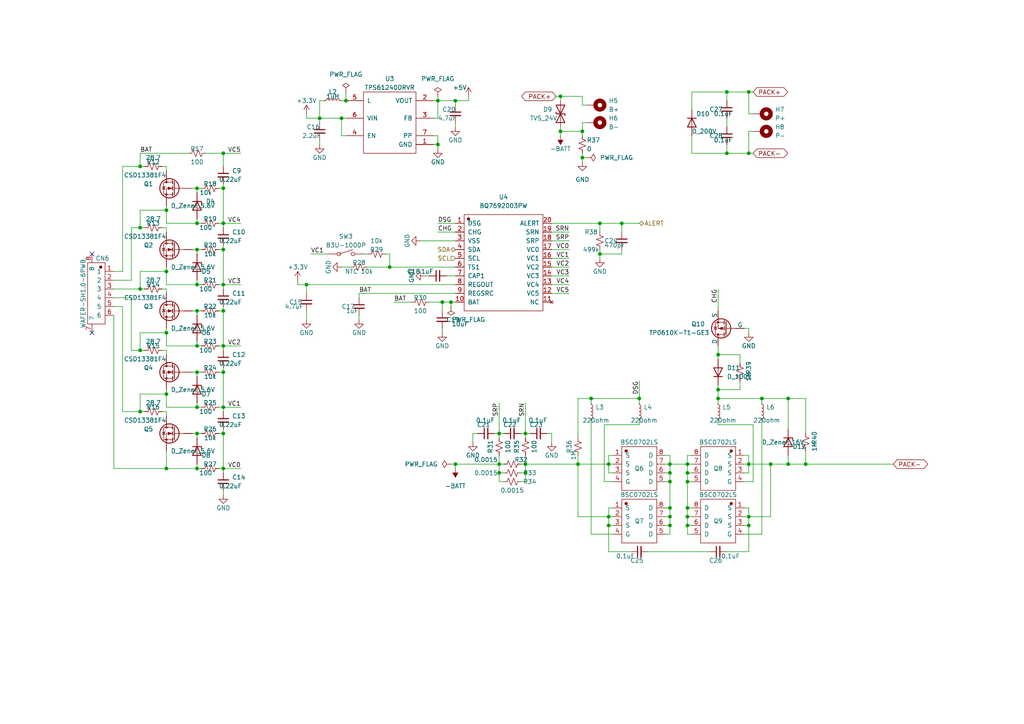
<source format=kicad_sch>
(kicad_sch (version 20230121) (generator eeschema)
  (paper "A4")
  (title_block (title "CawBMS") (date "2023-11-22") (rev "v1.0.0") (company "GUAIK"))
  (junction (at 199.39 152.4))
  (junction (at 210.82 44.45))
  (junction (at 185.42 115.57))
  (junction (at 57.15 54.61))
  (junction (at 132.08 134.62))
  (junction (at 194.31 134.62))
  (junction (at 162.56 27.94))
  (junction (at 233.68 134.62))
  (junction (at 127 29.21))
  (junction (at 199.39 147.32))
  (junction (at 64.77 72.39))
  (junction (at 228.6 115.57))
  (junction (at 57.15 82.55))
  (junction (at 217.17 134.62))
  (junction (at 57.15 107.95))
  (junction (at 176.53 152.4))
  (junction (at 217.17 44.45))
  (junction (at 180.34 64.77))
  (junction (at 48.26 114.3))
  (junction (at 199.39 137.16))
  (junction (at 199.39 134.62))
  (junction (at 194.31 139.7))
  (junction (at 152.4 125.73))
  (junction (at 208.28 115.57))
  (junction (at 173.99 64.77))
  (junction (at 40.64 83.82))
  (junction (at 57.15 90.17))
  (junction (at 64.77 90.17))
  (junction (at 223.52 134.62))
  (junction (at 99.06 34.29))
  (junction (at 48.26 96.52))
  (junction (at 64.77 100.33))
  (junction (at 57.15 100.33))
  (junction (at 64.77 54.61))
  (junction (at 176.53 134.62))
  (junction (at 210.82 26.67))
  (junction (at 40.64 48.26))
  (junction (at 144.78 137.16))
  (junction (at 57.15 125.73))
  (junction (at 128.27 87.63))
  (junction (at 127 41.91))
  (junction (at 57.15 118.11))
  (junction (at 48.26 135.89))
  (junction (at 64.77 118.11))
  (junction (at 208.28 102.87))
  (junction (at 92.71 34.29))
  (junction (at 64.77 82.55))
  (junction (at 64.77 125.73))
  (junction (at 48.26 78.74))
  (junction (at 40.64 66.04))
  (junction (at 144.78 125.73))
  (junction (at 130.81 87.63))
  (junction (at 167.64 134.62))
  (junction (at 100.33 29.21))
  (junction (at 64.77 107.95))
  (junction (at 64.77 44.45))
  (junction (at 173.99 73.66))
  (junction (at 152.4 137.16))
  (junction (at 217.17 149.86))
  (junction (at 228.6 134.62))
  (junction (at 132.08 29.21))
  (junction (at 199.39 139.7))
  (junction (at 64.77 135.89))
  (junction (at 144.78 134.62))
  (junction (at 40.64 119.38))
  (junction (at 199.39 149.86))
  (junction (at 57.15 72.39))
  (junction (at 217.17 152.4))
  (junction (at 168.91 45.72))
  (junction (at 88.9 82.55))
  (junction (at 48.26 60.96))
  (junction (at 194.31 147.32))
  (junction (at 194.31 152.4))
  (junction (at 220.98 115.57))
  (junction (at 152.4 134.62))
  (junction (at 57.15 64.77))
  (junction (at 194.31 149.86))
  (junction (at 194.31 137.16))
  (junction (at 57.15 135.89))
  (junction (at 217.17 26.67))
  (junction (at 176.53 149.86))
  (junction (at 162.56 38.1))
  (junction (at 208.28 113.03))
  (junction (at 113.03 77.47))
  (junction (at 171.45 115.57))
  (junction (at 40.64 101.6))
  (junction (at 64.77 64.77))
  (junction (at 168.91 38.1))
  (no_connect (at 26.67 73.66))
  (no_connect (at 26.67 96.52))
  (wire (pts (xy 199.39 152.4) (xy 199.39 154.94)))
  (wire (pts (xy 228.6 115.57) (xy 220.98 115.57)))
  (wire (pts (xy 199.39 147.32) (xy 199.39 149.86)))
  (wire (pts (xy 100.33 39.37) (xy 99.06 39.37)))
  (wire (pts (xy 64.77 100.33) (xy 69.85 100.33)))
  (wire (pts (xy 64.77 100.33) (xy 64.77 101.6)))
  (wire (pts (xy 130.81 134.62) (xy 132.08 134.62)))
  (wire (pts (xy 64.77 125.73) (xy 64.77 135.89)))
  (wire (pts (xy 127 39.37) (xy 127 41.91)))
  (wire (pts (xy 220.98 121.92) (xy 220.98 154.94)))
  (wire (pts (xy 40.64 96.52) (xy 48.26 96.52)))
  (wire (pts (xy 64.77 142.24) (xy 64.77 143.51)))
  (wire (pts (xy 48.26 114.3) (xy 48.26 118.11)))
  (wire (pts (xy 217.17 132.08) (xy 217.17 134.62)))
  (wire (pts (xy 40.64 83.82) (xy 40.64 78.74)))
  (wire (pts (xy 124.46 87.63) (xy 128.27 87.63)))
  (wire (pts (xy 92.71 34.29) (xy 92.71 35.56)))
  (wire (pts (xy 64.77 82.55) (xy 69.85 82.55)))
  (wire (pts (xy 46.99 66.04) (xy 48.26 66.04)))
  (wire (pts (xy 64.77 118.11) (xy 69.85 118.11)))
  (wire (pts (xy 160.02 125.73) (xy 160.02 128.27)))
  (wire (pts (xy 199.39 149.86) (xy 199.39 152.4)))
  (wire (pts (xy 215.9 134.62) (xy 217.17 134.62)))
  (wire (pts (xy 132.08 29.21) (xy 127 29.21)))
  (wire (pts (xy 132.08 85.09) (xy 104.14 85.09)))
  (wire (pts (xy 40.64 114.3) (xy 48.26 114.3)))
  (wire (pts (xy 64.77 100.33) (xy 64.77 90.17)))
  (wire (pts (xy 170.18 35.56) (xy 168.91 35.56)))
  (wire (pts (xy 48.26 100.33) (xy 57.15 100.33)))
  (wire (pts (xy 128.27 87.63) (xy 130.81 87.63)))
  (wire (pts (xy 193.04 152.4) (xy 194.31 152.4)))
  (wire (pts (xy 214.63 105.41) (xy 214.63 102.87)))
  (wire (pts (xy 217.17 38.1) (xy 218.44 38.1)))
  (wire (pts (xy 176.53 149.86) (xy 176.53 152.4)))
  (wire (pts (xy 88.9 34.29) (xy 92.71 34.29)))
  (wire (pts (xy 121.92 69.85) (xy 132.08 69.85)))
  (wire (pts (xy 171.45 115.57) (xy 185.42 115.57)))
  (wire (pts (xy 168.91 27.94) (xy 162.56 27.94)))
  (wire (pts (xy 57.15 90.17) (xy 58.42 90.17)))
  (wire (pts (xy 35.56 88.9) (xy 35.56 119.38)))
  (wire (pts (xy 64.77 90.17) (xy 63.5 90.17)))
  (wire (pts (xy 35.56 119.38) (xy 40.64 119.38)))
  (wire (pts (xy 64.77 118.11) (xy 64.77 119.38)))
  (wire (pts (xy 180.34 64.77) (xy 180.34 67.31)))
  (wire (pts (xy 57.15 100.33) (xy 58.42 100.33)))
  (wire (pts (xy 208.28 116.84) (xy 208.28 115.57)))
  (wire (pts (xy 199.39 134.62) (xy 199.39 137.16)))
  (wire (pts (xy 144.78 137.16) (xy 146.05 137.16)))
  (wire (pts (xy 217.17 152.4) (xy 215.9 152.4)))
  (wire (pts (xy 132.08 134.62) (xy 144.78 134.62)))
  (wire (pts (xy 57.15 90.17) (xy 57.15 91.44)))
  (wire (pts (xy 199.39 149.86) (xy 200.66 149.86)))
  (wire (pts (xy 170.18 30.48) (xy 168.91 30.48)))
  (wire (pts (xy 64.77 125.73) (xy 63.5 125.73)))
  (wire (pts (xy 152.4 139.7) (xy 151.13 139.7)))
  (wire (pts (xy 57.15 54.61) (xy 58.42 54.61)))
  (wire (pts (xy 38.1 86.36) (xy 33.02 86.36)))
  (wire (pts (xy 176.53 132.08) (xy 176.53 134.62)))
  (wire (pts (xy 217.17 26.67) (xy 218.44 26.67)))
  (wire (pts (xy 171.45 154.94) (xy 177.8 154.94)))
  (wire (pts (xy 99.06 34.29) (xy 100.33 34.29)))
  (wire (pts (xy 215.9 149.86) (xy 217.17 149.86)))
  (wire (pts (xy 217.17 95.25) (xy 217.17 96.52)))
  (wire (pts (xy 64.77 54.61) (xy 64.77 64.77)))
  (wire (pts (xy 217.17 38.1) (xy 217.17 44.45)))
  (wire (pts (xy 168.91 38.1) (xy 162.56 38.1)))
  (wire (pts (xy 176.53 147.32) (xy 176.53 149.86)))
  (wire (pts (xy 228.6 132.08) (xy 228.6 134.62)))
  (wire (pts (xy 176.53 160.02) (xy 176.53 152.4)))
  (wire (pts (xy 57.15 107.95) (xy 58.42 107.95)))
  (wire (pts (xy 173.99 67.31) (xy 173.99 64.77)))
  (wire (pts (xy 217.17 149.86) (xy 223.52 149.86)))
  (wire (pts (xy 48.26 60.96) (xy 48.26 64.77)))
  (wire (pts (xy 167.64 115.57) (xy 171.45 115.57)))
  (wire (pts (xy 220.98 154.94) (xy 215.9 154.94)))
  (wire (pts (xy 208.28 83.82) (xy 208.28 90.17)))
  (wire (pts (xy 48.26 113.03) (xy 48.26 114.3)))
  (wire (pts (xy 208.28 100.33) (xy 208.28 102.87)))
  (wire (pts (xy 40.64 101.6) (xy 40.64 96.52)))
  (wire (pts (xy 228.6 124.46) (xy 228.6 115.57)))
  (wire (pts (xy 35.56 48.26) (xy 35.56 78.74)))
  (wire (pts (xy 105.41 73.66) (xy 106.68 73.66)))
  (wire (pts (xy 165.1 82.55) (xy 160.02 82.55)))
  (wire (pts (xy 200.66 147.32) (xy 199.39 147.32)))
  (wire (pts (xy 176.53 134.62) (xy 176.53 137.16)))
  (wire (pts (xy 33.02 135.89) (xy 48.26 135.89)))
  (wire (pts (xy 233.68 134.62) (xy 259.08 134.62)))
  (wire (pts (xy 64.77 124.46) (xy 64.77 125.73)))
  (wire (pts (xy 180.34 72.39) (xy 180.34 73.66)))
  (wire (pts (xy 48.26 82.55) (xy 57.15 82.55)))
  (wire (pts (xy 175.26 139.7) (xy 177.8 139.7)))
  (wire (pts (xy 40.64 60.96) (xy 48.26 60.96)))
  (wire (pts (xy 152.4 125.73) (xy 153.67 125.73)))
  (wire (pts (xy 132.08 35.56) (xy 132.08 36.83)))
  (wire (pts (xy 63.5 72.39) (xy 64.77 72.39)))
  (wire (pts (xy 217.17 147.32) (xy 217.17 149.86)))
  (wire (pts (xy 228.6 134.62) (xy 233.68 134.62)))
  (wire (pts (xy 64.77 54.61) (xy 64.77 53.34)))
  (wire (pts (xy 208.28 113.03) (xy 208.28 115.57)))
  (wire (pts (xy 173.99 64.77) (xy 160.02 64.77)))
  (wire (pts (xy 193.04 132.08) (xy 194.31 132.08)))
  (wire (pts (xy 88.9 82.55) (xy 88.9 85.09)))
  (wire (pts (xy 214.63 110.49) (xy 214.63 113.03)))
  (wire (pts (xy 100.33 26.67) (xy 100.33 29.21)))
  (wire (pts (xy 104.14 85.09) (xy 104.14 86.36)))
  (wire (pts (xy 48.26 95.25) (xy 48.26 96.52)))
  (wire (pts (xy 199.39 154.94) (xy 200.66 154.94)))
  (wire (pts (xy 233.68 125.73) (xy 233.68 115.57)))
  (wire (pts (xy 90.17 73.66) (xy 95.25 73.66)))
  (wire (pts (xy 132.08 134.62) (xy 132.08 135.89)))
  (wire (pts (xy 130.81 87.63) (xy 132.08 87.63)))
  (wire (pts (xy 152.4 125.73) (xy 152.4 127)))
  (wire (pts (xy 127 27.94) (xy 127 29.21)))
  (wire (pts (xy 127 29.21) (xy 127 34.29)))
  (wire (pts (xy 208.28 111.76) (xy 208.28 113.03)))
  (wire (pts (xy 165.1 67.31) (xy 160.02 67.31)))
  (wire (pts (xy 40.64 78.74) (xy 48.26 78.74)))
  (wire (pts (xy 88.9 82.55) (xy 86.36 82.55)))
  (wire (pts (xy 64.77 64.77) (xy 69.85 64.77)))
  (wire (pts (xy 215.9 147.32) (xy 217.17 147.32)))
  (wire (pts (xy 113.03 77.47) (xy 132.08 77.47)))
  (wire (pts (xy 92.71 34.29) (xy 99.06 34.29)))
  (wire (pts (xy 48.26 101.6) (xy 48.26 102.87)))
  (wire (pts (xy 217.17 137.16) (xy 215.9 137.16)))
  (wire (pts (xy 48.26 83.82) (xy 48.26 85.09)))
  (wire (pts (xy 173.99 72.39) (xy 173.99 73.66)))
  (wire (pts (xy 162.56 27.94) (xy 162.56 29.21)))
  (wire (pts (xy 194.31 134.62) (xy 194.31 137.16)))
  (wire (pts (xy 187.96 160.02) (xy 205.74 160.02)))
  (wire (pts (xy 223.52 134.62) (xy 228.6 134.62)))
  (wire (pts (xy 199.39 137.16) (xy 200.66 137.16)))
  (wire (pts (xy 55.88 54.61) (xy 57.15 54.61)))
  (wire (pts (xy 185.42 64.77) (xy 180.34 64.77)))
  (wire (pts (xy 48.26 59.69) (xy 48.26 60.96)))
  (wire (pts (xy 111.76 73.66) (xy 113.03 73.66)))
  (wire (pts (xy 104.14 91.44) (xy 104.14 92.71)))
  (wire (pts (xy 217.17 160.02) (xy 217.17 152.4)))
  (wire (pts (xy 199.39 137.16) (xy 199.39 139.7)))
  (wire (pts (xy 194.31 139.7) (xy 194.31 147.32)))
  (wire (pts (xy 217.17 134.62) (xy 217.17 137.16)))
  (wire (pts (xy 199.39 134.62) (xy 200.66 134.62)))
  (wire (pts (xy 129.54 80.01) (xy 132.08 80.01)))
  (wire (pts (xy 128.27 95.25) (xy 128.27 96.52)))
  (wire (pts (xy 64.77 135.89) (xy 69.85 135.89)))
  (wire (pts (xy 55.88 107.95) (xy 57.15 107.95)))
  (wire (pts (xy 144.78 116.84) (xy 144.78 125.73)))
  (wire (pts (xy 167.64 132.08) (xy 167.64 134.62)))
  (wire (pts (xy 165.1 72.39) (xy 160.02 72.39)))
  (wire (pts (xy 199.39 132.08) (xy 199.39 134.62)))
  (wire (pts (xy 57.15 73.66) (xy 57.15 72.39)))
  (wire (pts (xy 99.06 34.29) (xy 99.06 39.37)))
  (wire (pts (xy 171.45 116.84) (xy 171.45 115.57)))
  (wire (pts (xy 193.04 134.62) (xy 194.31 134.62)))
  (wire (pts (xy 64.77 107.95) (xy 63.5 107.95)))
  (wire (pts (xy 168.91 45.72) (xy 170.18 45.72)))
  (wire (pts (xy 64.77 71.12) (xy 64.77 72.39)))
  (wire (pts (xy 93.98 29.21) (xy 92.71 29.21)))
  (wire (pts (xy 64.77 88.9) (xy 64.77 90.17)))
  (wire (pts (xy 88.9 33.02) (xy 88.9 34.29)))
  (wire (pts (xy 194.31 134.62) (xy 199.39 134.62)))
  (wire (pts (xy 57.15 107.95) (xy 57.15 109.22)))
  (wire (pts (xy 127 67.31) (xy 132.08 67.31)))
  (wire (pts (xy 48.26 64.77) (xy 57.15 64.77)))
  (wire (pts (xy 152.4 116.84) (xy 152.4 125.73)))
  (wire (pts (xy 215.9 95.25) (xy 217.17 95.25)))
  (wire (pts (xy 106.68 77.47) (xy 113.03 77.47)))
  (wire (pts (xy 165.1 74.93) (xy 160.02 74.93)))
  (wire (pts (xy 57.15 82.55) (xy 58.42 82.55)))
  (wire (pts (xy 57.15 135.89) (xy 57.15 134.62)))
  (wire (pts (xy 168.91 45.72) (xy 168.91 46.99)))
  (wire (pts (xy 48.26 119.38) (xy 48.26 120.65)))
  (wire (pts (xy 217.17 149.86) (xy 217.17 152.4)))
  (wire (pts (xy 193.04 137.16) (xy 194.31 137.16)))
  (wire (pts (xy 35.56 78.74) (xy 33.02 78.74)))
  (wire (pts (xy 194.31 132.08) (xy 194.31 134.62)))
  (wire (pts (xy 194.31 149.86) (xy 194.31 152.4)))
  (wire (pts (xy 199.39 139.7) (xy 200.66 139.7)))
  (wire (pts (xy 48.26 118.11) (xy 57.15 118.11)))
  (wire (pts (xy 99.06 29.21) (xy 100.33 29.21)))
  (wire (pts (xy 40.64 119.38) (xy 40.64 114.3)))
  (wire (pts (xy 217.17 26.67) (xy 210.82 26.67)))
  (wire (pts (xy 217.17 44.45) (xy 218.44 44.45)))
  (wire (pts (xy 63.5 82.55) (xy 64.77 82.55)))
  (wire (pts (xy 33.02 91.44) (xy 33.02 135.89)))
  (wire (pts (xy 168.91 30.48) (xy 168.91 27.94)))
  (wire (pts (xy 41.91 48.26) (xy 40.64 48.26)))
  (wire (pts (xy 138.43 125.73) (xy 137.16 125.73)))
  (wire (pts (xy 144.78 137.16) (xy 144.78 139.7)))
  (wire (pts (xy 40.64 66.04) (xy 41.91 66.04)))
  (wire (pts (xy 194.31 137.16) (xy 194.31 139.7)))
  (wire (pts (xy 127 29.21) (xy 125.73 29.21)))
  (wire (pts (xy 215.9 132.08) (xy 217.17 132.08)))
  (wire (pts (xy 48.26 66.04) (xy 48.26 67.31)))
  (wire (pts (xy 185.42 110.49) (xy 185.42 115.57)))
  (wire (pts (xy 233.68 115.57) (xy 228.6 115.57)))
  (wire (pts (xy 137.16 125.73) (xy 137.16 128.27)))
  (wire (pts (xy 38.1 101.6) (xy 40.64 101.6)))
  (wire (pts (xy 57.15 125.73) (xy 58.42 125.73)))
  (wire (pts (xy 168.91 35.56) (xy 168.91 38.1)))
  (wire (pts (xy 193.04 147.32) (xy 194.31 147.32)))
  (wire (pts (xy 57.15 118.11) (xy 57.15 116.84)))
  (wire (pts (xy 55.88 72.39) (xy 57.15 72.39)))
  (wire (pts (xy 152.4 132.08) (xy 152.4 134.62)))
  (wire (pts (xy 208.28 121.92) (xy 208.28 123.19)))
  (wire (pts (xy 63.5 64.77) (xy 64.77 64.77)))
  (wire (pts (xy 144.78 125.73) (xy 144.78 127)))
  (wire (pts (xy 127 41.91) (xy 127 43.18)))
  (wire (pts (xy 194.31 152.4) (xy 194.31 154.94)))
  (wire (pts (xy 161.29 27.94) (xy 162.56 27.94)))
  (wire (pts (xy 217.17 26.67) (xy 217.17 33.02)))
  (wire (pts (xy 40.64 101.6) (xy 41.91 101.6)))
  (wire (pts (xy 86.36 81.28) (xy 86.36 82.55)))
  (wire (pts (xy 152.4 134.62) (xy 167.64 134.62)))
  (wire (pts (xy 92.71 40.64) (xy 92.71 41.91)))
  (wire (pts (xy 55.88 125.73) (xy 57.15 125.73)))
  (wire (pts (xy 223.52 149.86) (xy 223.52 134.62)))
  (wire (pts (xy 132.08 29.21) (xy 132.08 30.48)))
  (wire (pts (xy 200.66 132.08) (xy 199.39 132.08)))
  (wire (pts (xy 200.66 26.67) (xy 200.66 31.75)))
  (wire (pts (xy 193.04 149.86) (xy 194.31 149.86)))
  (wire (pts (xy 162.56 38.1) (xy 162.56 36.83)))
  (wire (pts (xy 165.1 80.01) (xy 160.02 80.01)))
  (wire (pts (xy 48.26 130.81) (xy 48.26 135.89)))
  (wire (pts (xy 46.99 83.82) (xy 48.26 83.82)))
  (wire (pts (xy 144.78 125.73) (xy 146.05 125.73)))
  (wire (pts (xy 63.5 54.61) (xy 64.77 54.61)))
  (wire (pts (xy 48.26 135.89) (xy 57.15 135.89)))
  (wire (pts (xy 46.99 48.26) (xy 48.26 48.26)))
  (wire (pts (xy 130.81 87.63) (xy 130.81 88.9)))
  (wire (pts (xy 33.02 88.9) (xy 35.56 88.9)))
  (wire (pts (xy 55.88 90.17) (xy 57.15 90.17)))
  (wire (pts (xy 177.8 132.08) (xy 176.53 132.08)))
  (wire (pts (xy 135.89 29.21) (xy 132.08 29.21)))
  (wire (pts (xy 123.19 80.01) (xy 124.46 80.01)))
  (wire (pts (xy 38.1 66.04) (xy 38.1 81.28)))
  (wire (pts (xy 63.5 100.33) (xy 64.77 100.33)))
  (wire (pts (xy 57.15 118.11) (xy 58.42 118.11)))
  (wire (pts (xy 135.89 27.94) (xy 135.89 29.21)))
  (wire (pts (xy 48.26 48.26) (xy 48.26 49.53)))
  (wire (pts (xy 217.17 134.62) (xy 223.52 134.62)))
  (wire (pts (xy 57.15 125.73) (xy 57.15 127)))
  (wire (pts (xy 64.77 44.45) (xy 69.85 44.45)))
  (wire (pts (xy 185.42 115.57) (xy 185.42 116.84)))
  (wire (pts (xy 40.64 48.26) (xy 40.64 44.45)))
  (wire (pts (xy 176.53 152.4) (xy 177.8 152.4)))
  (wire (pts (xy 59.69 44.45) (xy 64.77 44.45)))
  (wire (pts (xy 185.42 121.92) (xy 185.42 123.19)))
  (wire (pts (xy 175.26 123.19) (xy 175.26 139.7)))
  (wire (pts (xy 64.77 83.82) (xy 64.77 82.55)))
  (wire (pts (xy 57.15 64.77) (xy 58.42 64.77)))
  (wire (pts (xy 194.31 154.94) (xy 193.04 154.94)))
  (wire (pts (xy 217.17 33.02) (xy 218.44 33.02)))
  (wire (pts (xy 194.31 139.7) (xy 193.04 139.7)))
  (wire (pts (xy 88.9 90.17) (xy 88.9 92.71)))
  (wire (pts (xy 210.82 160.02) (xy 217.17 160.02)))
  (wire (pts (xy 168.91 44.45) (xy 168.91 45.72)))
  (wire (pts (xy 176.53 149.86) (xy 177.8 149.86)))
  (wire (pts (xy 168.91 38.1) (xy 168.91 39.37)))
  (wire (pts (xy 210.82 41.91) (xy 210.82 44.45)))
  (wire (pts (xy 33.02 83.82) (xy 40.64 83.82)))
  (wire (pts (xy 127 64.77) (xy 132.08 64.77)))
  (wire (pts (xy 40.64 119.38) (xy 41.91 119.38)))
  (wire (pts (xy 48.26 96.52) (xy 48.26 100.33)))
  (wire (pts (xy 165.1 69.85) (xy 160.02 69.85)))
  (wire (pts (xy 125.73 39.37) (xy 127 39.37)))
  (wire (pts (xy 125.73 34.29) (xy 127 34.29)))
  (wire (pts (xy 64.77 64.77) (xy 64.77 66.04)))
  (wire (pts (xy 210.82 44.45) (xy 217.17 44.45)))
  (wire (pts (xy 165.1 85.09) (xy 160.02 85.09)))
  (wire (pts (xy 57.15 64.77) (xy 57.15 63.5)))
  (wire (pts (xy 113.03 73.66) (xy 113.03 77.47)))
  (wire (pts (xy 64.77 135.89) (xy 64.77 137.16)))
  (wire (pts (xy 48.26 77.47) (xy 48.26 78.74)))
  (wire (pts (xy 88.9 82.55) (xy 132.08 82.55)))
  (wire (pts (xy 185.42 123.19) (xy 175.26 123.19)))
  (wire (pts (xy 210.82 34.29) (xy 210.82 36.83)))
  (wire (pts (xy 144.78 139.7) (xy 146.05 139.7)))
  (wire (pts (xy 208.28 102.87) (xy 208.28 104.14)))
  (wire (pts (xy 180.34 64.77) (xy 173.99 64.77)))
  (wire (pts (xy 64.77 72.39) (xy 64.77 82.55)))
  (wire (pts (xy 64.77 106.68) (xy 64.77 107.95)))
  (wire (pts (xy 208.28 115.57) (xy 220.98 115.57)))
  (wire (pts (xy 158.75 125.73) (xy 160.02 125.73)))
  (wire (pts (xy 57.15 55.88) (xy 57.15 54.61)))
  (wire (pts (xy 218.44 139.7) (xy 215.9 139.7)))
  (wire (pts (xy 176.53 137.16) (xy 177.8 137.16)))
  (wire (pts (xy 57.15 100.33) (xy 57.15 99.06)))
  (wire (pts (xy 114.3 87.63) (xy 119.38 87.63)))
  (wire (pts (xy 152.4 134.62) (xy 151.13 134.62)))
  (wire (pts (xy 57.15 72.39) (xy 58.42 72.39)))
  (wire (pts (xy 182.88 160.02) (xy 176.53 160.02)))
  (wire (pts (xy 99.06 77.47) (xy 101.6 77.47)))
  (wire (pts (xy 63.5 135.89) (xy 64.77 135.89)))
  (wire (pts (xy 57.15 82.55) (xy 57.15 81.28)))
  (wire (pts (xy 167.64 134.62) (xy 167.64 149.86)))
  (wire (pts (xy 144.78 134.62) (xy 144.78 137.16)))
  (wire (pts (xy 165.1 77.47) (xy 160.02 77.47)))
  (wire (pts (xy 64.77 107.95) (xy 64.77 118.11)))
  (wire (pts (xy 194.31 147.32) (xy 194.31 149.86)))
  (wire (pts (xy 38.1 81.28) (xy 33.02 81.28)))
  (wire (pts (xy 167.64 134.62) (xy 176.53 134.62)))
  (wire (pts (xy 40.64 44.45) (xy 54.61 44.45)))
  (wire (pts (xy 152.4 134.62) (xy 152.4 137.16)))
  (wire (pts (xy 208.28 102.87) (xy 214.63 102.87)))
  (wire (pts (xy 173.99 73.66) (xy 173.99 74.93)))
  (wire (pts (xy 208.28 123.19) (xy 218.44 123.19)))
  (wire (pts (xy 128.27 87.63) (xy 128.27 90.17)))
  (wire (pts (xy 151.13 125.73) (xy 152.4 125.73)))
  (wire (pts (xy 125.73 41.91) (xy 127 41.91)))
  (wire (pts (xy 144.78 132.08) (xy 144.78 134.62)))
  (wire (pts (xy 199.39 139.7) (xy 199.39 147.32)))
  (wire (pts (xy 200.66 44.45) (xy 210.82 44.45)))
  (wire (pts (xy 40.64 66.04) (xy 40.64 60.96)))
  (wire (pts (xy 167.64 127) (xy 167.64 115.57)))
  (wire (pts (xy 220.98 115.57) (xy 220.98 116.84)))
  (wire (pts (xy 162.56 38.1) (xy 162.56 39.37)))
  (wire (pts (xy 143.51 125.73) (xy 144.78 125.73)))
  (wire (pts (xy 144.78 134.62) (xy 146.05 134.62)))
  (wire (pts (xy 233.68 130.81) (xy 233.68 134.62)))
  (wire (pts (xy 152.4 137.16) (xy 152.4 139.7)))
  (wire (pts (xy 200.66 39.37) (xy 200.66 44.45)))
  (wire (pts (xy 210.82 26.67) (xy 210.82 29.21)))
  (wire (pts (xy 46.99 119.38) (xy 48.26 119.38)))
  (wire (pts (xy 46.99 101.6) (xy 48.26 101.6)))
  (wire (pts (xy 40.64 83.82) (xy 41.91 83.82)))
  (wire (pts (xy 210.82 26.67) (xy 200.66 26.67)))
  (wire (pts (xy 38.1 66.04) (xy 40.64 66.04)))
  (wire (pts (xy 171.45 121.92) (xy 171.45 154.94)))
  (wire (pts (xy 57.15 135.89) (xy 58.42 135.89)))
  (wire (pts (xy 48.26 78.74) (xy 48.26 82.55)))
  (wire (pts (xy 38.1 101.6) (xy 38.1 86.36)))
  (wire (pts (xy 173.99 73.66) (xy 180.34 73.66)))
  (wire (pts (xy 151.13 137.16) (xy 152.4 137.16)))
  (wire (pts (xy 92.71 29.21) (xy 92.71 34.29)))
  (wire (pts (xy 199.39 152.4) (xy 200.66 152.4)))
  (wire (pts (xy 177.8 147.32) (xy 176.53 147.32)))
  (wire (pts (xy 63.5 118.11) (xy 64.77 118.11)))
  (wire (pts (xy 167.64 149.86) (xy 176.53 149.86)))
  (wire (pts (xy 218.44 123.19) (xy 218.44 139.7)))
  (wire (pts (xy 214.63 113.03) (xy 208.28 113.03)))
  (wire (pts (xy 64.77 44.45) (xy 64.77 48.26)))
  (wire (pts (xy 35.56 48.26) (xy 40.64 48.26)))
  (wire (pts (xy 176.53 134.62) (xy 177.8 134.62)))
  (label "CHG" (at 127 67.31 0))
  (label "SRN" (at 152.4 116.84 270))
  (label "VC2" (at 69.85 100.33 180))
  (label "VC0" (at 165.1 72.39 180))
  (label "DSG" (at 185.42 110.49 270))
  (label "VC2" (at 165.1 77.47 180))
  (label "VC0" (at 69.85 135.89 180))
  (label "VC1" (at 69.85 118.11 180))
  (label "BAT" (at 114.3 87.63 0))
  (label "VC4" (at 69.85 64.77 180))
  (label "VC3" (at 69.85 82.55 180))
  (label "DSG" (at 127 64.77 0))
  (label "SRP" (at 165.1 69.85 180))
  (label "VC5" (at 165.1 85.09 180))
  (label "VC1" (at 90.17 73.66 0))
  (label "BAT" (at 40.64 44.45 0))
  (label "VC4" (at 165.1 82.55 180))
  (label "SRN" (at 165.1 67.31 180))
  (label "VC5" (at 69.85 44.45 180))
  (label "VC1" (at 165.1 74.93 180))
  (label "CHG" (at 208.28 83.82 270))
  (label "BAT" (at 104.14 85.09 0))
  (label "VC3" (at 165.1 80.01 180))
  (label "SRP" (at 144.78 116.84 270))
  (global_label "PACK+" (shape bidirectional) (at 218.44 26.67 0) (property "Intersheetrefs" "${INTERSHEET_REFS}" (effects hide)))
  (global_label "PACK-" (shape bidirectional) (at 218.44 44.45 0) (property "Intersheetrefs" "${INTERSHEET_REFS}" (effects hide)))
  (global_label "PACK-" (shape bidirectional) (at 259.08 134.62 0) (property "Intersheetrefs" "${INTERSHEET_REFS}" (effects hide)))
  (global_label "PACK+" (shape bidirectional) (at 161.29 27.94 180) (property "Intersheetrefs" "${INTERSHEET_REFS}" (effects hide)))
  (hierarchical_label "SDA" (shape bidirectional) (at 132.08 72.39 180))
  (hierarchical_label "SCL" (shape input) (at 132.08 74.93 180))
  (hierarchical_label "ALERT" (shape bidirectional) (at 185.42 64.77 0))
  (symbol (lib_id "power:+3.3V") (at 86.36 81.28 0) (unit 1)
    (property "Reference" "#PWR035" (effects hide))
    (property "Value" "+3.3V" (at 86.36 77.47 0))
  )
  (symbol (lib_id "Device:L_Small") (at 185.42 119.38 0) (unit 1)
    (property "Reference" "L4" (at 186.69 118.11 0) (effects (justify left)))
    (property "Value" "220ohm" (at 182.88 121.92 0) (effects (justify left)))
    (property "Footprint" "Inductor_SMD:L_0603_1608Metric_Pad1.05x0.95mm_HandSolder" (effects hide))
  )
  (symbol (lib_id "Rick_BMS:BQ7692003PW") (at 146.05 76.2 0) (unit 1)
    (property "Reference" "U4" (at 146.05 57.15 0))
    (property "Value" "BQ7692003PW" (at 146.05 59.69 0))
    (property "Footprint" "Rick_BMS:BQ7692003PW_TSSOP-20_L6.5-W4.4-P0.65-LS6.4-BL" (effects hide))
    (property "SuppliersPartNumber" "C2863013" (effects hide))
    (property "uuid" "std:a36f31dd4d7e4d6188f8596b1df70d81" (effects hide))
  )
  (symbol (lib_id "Device:C_Small") (at 208.28 160.02 90) (unit 1)
    (property "Reference" "C26" (at 209.55 162.56 90) (effects (justify left)))
    (property "Value" "0.1uF" (at 214.63 161.29 90) (effects (justify left)))
    (property "Footprint" "Capacitor_SMD:C_0603_1608Metric_Pad1.08x0.95mm_HandSolder" (effects hide))
  )
  (symbol (lib_id "Device:R_Small_US") (at 148.59 139.7 90) (unit 1)
    (property "Reference" "R34" (at 153.67 139.7 90))
    (property "Value" "0.0015" (at 148.59 142.24 90))
    (property "Footprint" "Resistor_SMD:R_2512_6332Metric_Pad1.40x3.35mm_HandSolder" (effects hide))
  )
  (symbol (lib_id "power:-BATT") (at 162.56 39.37 180) (unit 1)
    (property "Reference" "#PWR050" (effects hide))
    (property "Value" "-BATT" (at 162.56 43.18 0))
  )
  (symbol (lib_id "Device:C_Small") (at 64.77 139.7 0) (unit 1)
    (property "Reference" "C14" (at 67.31 138.4363 0) (effects (justify left)))
    (property "Value" "0.22uF" (at 63.5 140.97 0) (effects (justify left)))
    (property "Footprint" "Capacitor_SMD:C_0402_1005Metric_Pad0.74x0.62mm_HandSolder" (effects hide))
  )
  (symbol (lib_id "Device:D") (at 200.66 35.56 270) (unit 1)
    (property "Reference" "D10" (at 201.93 33.02 90) (effects (justify left)))
    (property "Value" "D_200V" (at 200.66 38.1 90) (effects (justify left)))
    (property "Footprint" "Diode_SMD:D_SMA_Handsoldering" (effects hide))
    (property "Sim.Device" "D" (effects hide))
    (property "Sim.Pins" "1=K 2=A" (effects hide))
  )
  (symbol (lib_id "Device:R_Small_US") (at 60.96 100.33 90) (unit 1)
    (property "Reference" "R23" (at 60.96 99.06 90))
    (property "Value" "100" (at 59.69 101.6 90))
    (property "Footprint" "Resistor_SMD:R_0402_1005Metric_Pad0.72x0.64mm_HandSolder" (effects hide))
  )
  (symbol (lib_id "power:GND") (at 123.19 80.01 270) (unit 1)
    (property "Reference" "#PWR042" (effects hide))
    (property "Value" "GND" (at 119.38 80.01 0))
  )
  (symbol (lib_id "Simulation_SPICE:PMOS") (at 210.82 95.25 180) (unit 1)
    (property "Reference" "Q10" (at 204.47 93.98 0) (effects (justify left)))
    (property "Value" "TP0610K-T1-GE3" (at 205.74 96.52 0) (effects (justify left)))
    (property "Footprint" "Package_TO_SOT_SMD:SOT-23" (effects hide))
    (property "Datasheet" "https://ngspice.sourceforge.io/docs/ngspice-manual.pdf" (effects hide))
    (property "Sim.Device" "PMOS" (effects hide))
    (property "Sim.Type" "VDMOS" (effects hide))
    (property "Sim.Pins" "1=D 2=G 3=S" (effects hide))
  )
  (symbol (lib_id "Rick_MOSFET:CSD13381F4") (at 49.53 72.39 0) (mirror y) (unit 1)
    (property "Reference" "Q2" (at 44.45 71.12 0) (effects (justify left)))
    (property "Value" "CSD13381F4" (at 48.26 68.58 0) (effects (justify left)))
    (property "Footprint" "Rick_MOSFET:CSD13381F4_PICOSTAR-3_L1.0-W0.6-P0.40-S0.65-BL-1" (effects hide))
    (property "SuppliersPartNumber" "C179868" (effects hide))
    (property "uuid" "std:fc3101c0f9ab46f5b545a0d35f0a7ea6" (effects hide))
  )
  (symbol (lib_id "Device:R_Small_US") (at 104.14 77.47 90) (unit 1)
    (property "Reference" "R28" (at 104.14 76.2 90))
    (property "Value" "NTC 10k" (at 104.14 78.74 90))
    (property "Footprint" "Resistor_SMD:R_0402_1005Metric_Pad0.72x0.64mm_HandSolder" (effects hide))
  )
  (symbol (lib_id "power:GND") (at 127 43.18 0) (unit 1)
    (property "Reference" "#PWR043" (effects hide))
    (property "Value" "GND" (at 127 46.99 0))
  )
  (symbol (lib_id "Device:R_Small_US") (at 60.96 118.11 90) (unit 1)
    (property "Reference" "R25" (at 60.96 116.84 90))
    (property "Value" "100" (at 59.69 119.38 90))
    (property "Footprint" "Resistor_SMD:R_0402_1005Metric_Pad0.72x0.64mm_HandSolder" (effects hide))
  )
  (symbol (lib_id "Device:R_Small_US") (at 60.96 90.17 90) (unit 1)
    (property "Reference" "R22" (at 60.96 88.9 90))
    (property "Value" "10k" (at 60.96 91.44 90))
    (property "Footprint" "Resistor_SMD:R_0402_1005Metric_Pad0.72x0.64mm_HandSolder" (effects hide))
  )
  (symbol (lib_id "Device:C_Small") (at 104.14 88.9 0) (unit 1)
    (property "Reference" "C17" (at 99.06 88.9 0) (effects (justify left)))
    (property "Value" "1uF" (at 100.33 90.17 0) (effects (justify left)))
    (property "Footprint" "Capacitor_SMD:C_0402_1005Metric_Pad0.74x0.62mm_HandSolder" (effects hide))
  )
  (symbol (lib_id "Device:R_Small_US") (at 60.96 64.77 90) (unit 1)
    (property "Reference" "R19" (at 60.96 63.5 90))
    (property "Value" "100" (at 59.69 66.04 90))
    (property "Footprint" "Resistor_SMD:R_0402_1005Metric_Pad0.72x0.64mm_HandSolder" (effects hide))
  )
  (symbol (lib_id "power:GND") (at 92.71 41.91 0) (unit 1)
    (property "Reference" "#PWR038" (effects hide))
    (property "Value" "GND" (at 92.71 45.72 0))
  )
  (symbol (lib_id "Device:R_Small_US") (at 168.91 41.91 0) (unit 1)
    (property "Reference" "R37" (at 170.18 40.64 0) (effects (justify left)))
    (property "Value" "0" (at 170.18 43.18 0) (effects (justify left)))
    (property "Footprint" "Resistor_SMD:R_0402_1005Metric_Pad0.72x0.64mm_HandSolder" (effects hide))
  )
  (symbol (lib_id "Mechanical:MountingHole_Pad") (at 220.98 33.02 270) (unit 1)
    (property "Reference" "H7" (at 224.79 31.75 90) (effects (justify left)))
    (property "Value" "P+" (at 224.79 34.29 90) (effects (justify left)))
    (property "Footprint" "CawBMS:POWER_PAD" (effects hide))
  )
  (symbol (lib_id "Device:D_Zener") (at 57.15 113.03 270) (unit 1)
    (property "Reference" "D7" (at 58.42 114.3 90) (effects (justify left)))
    (property "Value" "D_Zener_5.6V" (at 49.53 113.03 90) (effects (justify left)))
    (property "Footprint" "Diode_SMD:D_SOD-523" (effects hide))
  )
  (symbol (lib_id "power:GND") (at 168.91 46.99 0) (unit 1)
    (property "Reference" "#PWR051" (effects hide))
    (property "Value" "GND" (at 168.91 52.07 0))
  )
  (symbol (lib_id "Device:D_Zener") (at 57.15 130.81 270) (unit 1)
    (property "Reference" "D8" (at 58.42 132.08 90) (effects (justify left)))
    (property "Value" "D_Zener_5.6V" (at 49.53 130.81 90) (effects (justify left)))
    (property "Footprint" "Diode_SMD:D_SOD-523" (effects hide))
  )
  (symbol (lib_id "Device:R_Small_US") (at 148.59 137.16 90) (unit 1)
    (property "Reference" "R33" (at 153.67 137.16 90))
    (property "Value" "0.0015" (at 140.97 137.16 90))
    (property "Footprint" "Resistor_SMD:R_2512_6332Metric_Pad1.40x3.35mm_HandSolder" (effects hide))
  )
  (symbol (lib_id "Device:C_Small") (at 156.21 125.73 90) (unit 1)
    (property "Reference" "C23" (at 157.48 123.19 90) (effects (justify left)))
    (property "Value" "0.1uF" (at 158.75 121.92 90) (effects (justify left)))
    (property "Footprint" "Capacitor_SMD:C_0402_1005Metric_Pad0.74x0.62mm_HandSolder" (effects hide))
  )
  (symbol (lib_id "power:GND") (at 137.16 128.27 0) (unit 1)
    (property "Reference" "#PWR048" (effects hide))
    (property "Value" "GND" (at 137.16 132.08 0))
  )
  (symbol (lib_id "Rick_MOSFET:BSC0702LS") (at 185.42 137.16 0) (unit 1)
    (property "Reference" "Q6" (at 185.42 135.89 0))
    (property "Value" "BSC0702LS" (at 185.42 128.27 0))
    (property "Footprint" "Rick_MOSFET:BSC0702LS_PG-TDSON-8_L5.0-W6.0-P1.27-BL-EP" (effects hide))
    (property "Datasheet" "http://www.szlcsc.com/product/details_513941.html" (effects hide))
    (property "SuppliersPartNumber" "C501503" (effects hide))
    (property "uuid" "std:19f68f552d74491792f8354ace2c49f0" (effects hide))
  )
  (symbol (lib_id "Device:L_Small") (at 220.98 119.38 0) (unit 1)
    (property "Reference" "L6" (at 222.25 118.11 0) (effects (justify left)))
    (property "Value" "220ohm" (at 218.44 121.92 0) (effects (justify left)))
    (property "Footprint" "Inductor_SMD:L_0603_1608Metric_Pad1.05x0.95mm_HandSolder" (effects hide))
  )
  (symbol (lib_id "Device:R_Small_US") (at 44.45 83.82 90) (unit 1)
    (property "Reference" "R14" (at 44.45 82.55 90))
    (property "Value" "28.7" (at 44.45 81.28 90))
    (property "Footprint" "Resistor_SMD:R_0402_1005Metric_Pad0.72x0.64mm_HandSolder" (effects hide))
  )
  (symbol (lib_id "Device:R_Small_US") (at 60.96 72.39 90) (unit 1)
    (property "Reference" "R20" (at 60.96 71.12 90))
    (property "Value" "10k" (at 60.96 73.66 90))
    (property "Footprint" "Resistor_SMD:R_0402_1005Metric_Pad0.72x0.64mm_HandSolder" (effects hide))
  )
  (symbol (lib_id "Device:R_Small_US") (at 214.63 107.95 180) (unit 1)
    (property "Reference" "R39" (at 217.17 106.68 90))
    (property "Value" "1M" (at 217.17 109.22 90))
    (property "Footprint" "Resistor_SMD:R_0402_1005Metric_Pad0.72x0.64mm_HandSolder" (effects hide))
  )
  (symbol (lib_id "power:GND") (at 64.77 143.51 0) (unit 1)
    (property "Reference" "#PWR034" (effects hide))
    (property "Value" "GND" (at 64.77 147.32 0))
  )
  (symbol (lib_id "Device:R_Small_US") (at 148.59 134.62 90) (unit 1)
    (property "Reference" "R32" (at 151.13 133.35 90))
    (property "Value" "0.0015" (at 140.97 133.35 90))
    (property "Footprint" "Resistor_SMD:R_2512_6332Metric_Pad1.40x3.35mm_HandSolder" (effects hide))
  )
  (symbol (lib_id "Device:L_Small") (at 171.45 119.38 0) (unit 1)
    (property "Reference" "L3" (at 172.72 118.11 0) (effects (justify left)))
    (property "Value" "220ohm" (at 168.91 121.92 0) (effects (justify left)))
    (property "Footprint" "Inductor_SMD:L_0603_1608Metric_Pad1.05x0.95mm_HandSolder" (effects hide))
  )
  (symbol (lib_id "power:PWR_FLAG") (at 100.33 26.67 0) (unit 1)
    (property "Reference" "#FLG03" (effects hide))
    (property "Value" "PWR_FLAG" (at 100.33 21.59 0))
  )
  (symbol (lib_id "Device:C_Small") (at 132.08 33.02 0) (unit 1)
    (property "Reference" "C20" (at 128.27 31.75 0) (effects (justify left)))
    (property "Value" "4.7uF" (at 127 34.29 0) (effects (justify left)))
    (property "Footprint" "Capacitor_SMD:C_0402_1005Metric_Pad0.74x0.62mm_HandSolder" (effects hide))
  )
  (symbol (lib_id "Device:R_Small_US") (at 167.64 129.54 180) (unit 1)
    (property "Reference" "R36" (at 165.1 129.54 90))
    (property "Value" "1M" (at 166.37 132.08 90))
    (property "Footprint" "Resistor_SMD:R_0402_1005Metric_Pad0.72x0.64mm_HandSolder" (effects hide))
  )
  (symbol (lib_id "Device:R_Small_US") (at 173.99 69.85 180) (unit 1)
    (property "Reference" "R38" (at 171.45 67.31 0))
    (property "Value" "499k" (at 171.45 72.39 0))
    (property "Footprint" "Resistor_SMD:R_0402_1005Metric_Pad0.72x0.64mm_HandSolder" (effects hide))
  )
  (symbol (lib_id "Device:C_Small") (at 127 80.01 90) (unit 1)
    (property "Reference" "C18" (at 121.92 78.74 90) (effects (justify left)))
    (property "Value" "1uF" (at 125.73 78.74 90) (effects (justify left)))
    (property "Footprint" "Capacitor_SMD:C_0402_1005Metric_Pad0.74x0.62mm_HandSolder" (effects hide))
  )
  (symbol (lib_id "power:PWR_FLAG") (at 130.81 88.9 180) (unit 1)
    (property "Reference" "#FLG05" (effects hide))
    (property "Value" "PWR_FLAG" (at 135.89 92.71 0))
  )
  (symbol (lib_id "Rick_Switch:B3U-1000P") (at 100.33 73.66 0) (unit 1)
    (property "Reference" "SW3" (at 100.33 68.58 0))
    (property "Value" "B3U-1000P" (at 100.33 71.12 0))
    (property "Footprint" "Rick_Switch:B3U-1000P" (effects hide))
    (property "Datasheet" "https://atta.szlcsc.com/upload/public/pdf/source/20180629/C231329_070179C33643744C5978F4F02109B85D.pdf" (effects hide))
    (property "SuppliersPartNumber" "C231329" (effects hide))
    (property "uuid" "pro:88cc75915fa84deeac551567265da6f9" (effects hide))
    (property "Manufacturer" "OMRON" (effects hide))
    (property "Manufacturer Product Number" "B3U-1000P" (effects hide))
    (property "JLC Part Number" "C231329" (effects hide))
    (property "JLC URL" "https://item.szlcsc.com/231216.html" (effects hide))
  )
  (symbol (lib_id "power:PWR_FLAG") (at 127 27.94 0) (unit 1)
    (property "Reference" "#FLG04" (effects hide))
    (property "Value" "PWR_FLAG" (at 127 22.86 0))
  )
  (symbol (lib_id "Mechanical:MountingHole_Pad") (at 172.72 30.48 270) (unit 1)
    (property "Reference" "H5" (at 176.53 29.21 90) (effects (justify left)))
    (property "Value" "B+" (at 176.53 31.75 90) (effects (justify left)))
    (property "Footprint" "CawBMS:POWER_PAD" (effects hide))
  )
  (symbol (lib_id "Device:R_Small_US") (at 44.45 119.38 90) (unit 1)
    (property "Reference" "R16" (at 44.45 118.11 90))
    (property "Value" "28.7" (at 44.45 116.84 90))
    (property "Footprint" "Resistor_SMD:R_0402_1005Metric_Pad0.72x0.64mm_HandSolder" (effects hide))
  )
  (symbol (lib_id "Device:C_Small") (at 64.77 68.58 0) (unit 1)
    (property "Reference" "C10" (at 67.31 67.3163 0) (effects (justify left)))
    (property "Value" "0.22uF" (at 63.5 69.85 0) (effects (justify left)))
    (property "Footprint" "Capacitor_SMD:C_0402_1005Metric_Pad0.74x0.62mm_HandSolder" (effects hide))
  )
  (symbol (lib_id "Device:R_Small_US") (at 152.4 129.54 180) (unit 1)
    (property "Reference" "R35" (at 149.86 129.54 90))
    (property "Value" "100" (at 154.94 129.54 90))
    (property "Footprint" "Resistor_SMD:R_0402_1005Metric_Pad0.72x0.64mm_HandSolder" (effects hide))
  )
  (symbol (lib_id "Device:R_Small_US") (at 44.45 66.04 90) (unit 1)
    (property "Reference" "R13" (at 44.45 64.77 90))
    (property "Value" "28.7" (at 44.45 63.5 90))
    (property "Footprint" "Resistor_SMD:R_0402_1005Metric_Pad0.72x0.64mm_HandSolder" (effects hide))
  )
  (symbol (lib_id "Device:R_Small_US") (at 44.45 48.26 90) (unit 1)
    (property "Reference" "R12" (at 44.45 46.99 90))
    (property "Value" "28.7" (at 44.45 45.72 90))
    (property "Footprint" "Resistor_SMD:R_0402_1005Metric_Pad0.72x0.64mm_HandSolder" (effects hide))
  )
  (symbol (lib_id "Mechanical:MountingHole_Pad") (at 220.98 38.1 270) (unit 1)
    (property "Reference" "H8" (at 224.79 36.83 90) (effects (justify left)))
    (property "Value" "P-" (at 224.79 39.37 90) (effects (justify left)))
    (property "Footprint" "CawBMS:POWER_PAD" (effects hide))
  )
  (symbol (lib_id "Rick_MOSFET:CSD13381F4") (at 49.53 107.95 0) (mirror y) (unit 1)
    (property "Reference" "Q4" (at 44.45 106.68 0) (effects (justify left)))
    (property "Value" "CSD13381F4" (at 48.26 104.14 0) (effects (justify left)))
    (property "Footprint" "Rick_MOSFET:CSD13381F4_PICOSTAR-3_L1.0-W0.6-P0.40-S0.65-BL-1" (effects hide))
    (property "SuppliersPartNumber" "C179868" (effects hide))
    (property "uuid" "std:fc3101c0f9ab46f5b545a0d35f0a7ea6" (effects hide))
  )
  (symbol (lib_id "Rick_MOSFET:BSC0702LS") (at 208.28 152.4 0) (mirror y) (unit 1)
    (property "Reference" "Q9" (at 208.28 151.13 0))
    (property "Value" "BSC0702LS" (at 208.28 143.51 0))
    (property "Footprint" "Rick_MOSFET:BSC0702LS_PG-TDSON-8_L5.0-W6.0-P1.27-BL-EP" (effects hide))
    (property "Datasheet" "http://www.szlcsc.com/product/details_513941.html" (effects hide))
    (property "SuppliersPartNumber" "C501503" (effects hide))
    (property "uuid" "std:19f68f552d74491792f8354ace2c49f0" (effects hide))
  )
  (symbol (lib_id "Rick_MOSFET:BSC0702LS") (at 208.28 137.16 0) (mirror y) (unit 1)
    (property "Reference" "Q8" (at 208.28 135.89 0))
    (property "Value" "BSC0702LS" (at 208.28 128.27 0))
    (property "Footprint" "Rick_MOSFET:BSC0702LS_PG-TDSON-8_L5.0-W6.0-P1.27-BL-EP" (effects hide))
    (property "Datasheet" "http://www.szlcsc.com/product/details_513941.html" (effects hide))
    (property "SuppliersPartNumber" "C501503" (effects hide))
    (property "uuid" "std:19f68f552d74491792f8354ace2c49f0" (effects hide))
  )
  (symbol (lib_id "power:GND") (at 160.02 128.27 0) (unit 1)
    (property "Reference" "#PWR049" (effects hide))
    (property "Value" "GND" (at 160.02 132.08 0))
  )
  (symbol (lib_id "Device:L_Small") (at 208.28 119.38 0) (unit 1)
    (property "Reference" "L5" (at 209.55 118.11 0) (effects (justify left)))
    (property "Value" "220ohm" (at 205.74 121.92 0) (effects (justify left)))
    (property "Footprint" "Inductor_SMD:L_0603_1608Metric_Pad1.05x0.95mm_HandSolder" (effects hide))
  )
  (symbol (lib_id "Device:D_TVS") (at 162.56 33.02 90) (unit 1)
    (property "Reference" "D9" (at 157.48 31.75 90) (effects (justify right)))
    (property "Value" "TVS_24V" (at 153.67 34.29 90) (effects (justify right)))
    (property "Footprint" "Diode_SMD:D_SMA_Handsoldering" (effects hide))
  )
  (symbol (lib_id "power:GND") (at 217.17 96.52 0) (unit 1)
    (property "Reference" "#PWR053" (effects hide))
    (property "Value" "GND" (at 217.17 100.33 0))
  )
  (symbol (lib_id "Device:C_Small") (at 64.77 121.92 0) (unit 1)
    (property "Reference" "C13" (at 67.31 120.6563 0) (effects (justify left)))
    (property "Value" "0.22uF" (at 63.5 123.19 0) (effects (justify left)))
    (property "Footprint" "Capacitor_SMD:C_0402_1005Metric_Pad0.74x0.62mm_HandSolder" (effects hide))
  )
  (symbol (lib_id "power:PWR_FLAG") (at 130.81 134.62 90) (unit 1)
    (property "Reference" "#FLG06" (effects hide))
    (property "Value" "PWR_FLAG" (at 127 134.62 90) (effects (justify left)))
  )
  (symbol (lib_id "power:-BATT") (at 132.08 135.89 180) (unit 1)
    (property "Reference" "#PWR046" (effects hide))
    (property "Value" "-BATT" (at 132.08 140.97 0))
  )
  (symbol (lib_id "power:GND") (at 99.06 77.47 270) (unit 1)
    (property "Reference" "#PWR039" (effects hide))
    (property "Value" "GND" (at 95.25 77.47 0))
  )
  (symbol (lib_id "Device:C_Small") (at 180.34 69.85 0) (unit 1)
    (property "Reference" "C24" (at 175.26 69.85 0) (effects (justify left)))
    (property "Value" "470pF" (at 175.26 71.12 0) (effects (justify left)))
    (property "Footprint" "Capacitor_SMD:C_0402_1005Metric_Pad0.74x0.62mm_HandSolder" (effects hide))
  )
  (symbol (lib_id "Device:R_Small_US") (at 60.96 125.73 90) (unit 1)
    (property "Reference" "R26" (at 60.96 124.46 90))
    (property "Value" "10k" (at 60.96 127 90))
    (property "Footprint" "Resistor_SMD:R_0402_1005Metric_Pad0.72x0.64mm_HandSolder" (effects hide))
  )
  (symbol (lib_id "Device:D_Zener") (at 57.15 59.69 270) (unit 1)
    (property "Reference" "D4" (at 59.69 58.42 90) (effects (justify left)))
    (property "Value" "D_Zener_5.6V" (at 49.53 59.69 90) (effects (justify left)))
    (property "Footprint" "Diode_SMD:D_SOD-523" (effects hide))
  )
  (symbol (lib_id "Device:R_Small_US") (at 60.96 107.95 90) (unit 1)
    (property "Reference" "R24" (at 60.96 106.68 90))
    (property "Value" "10k" (at 60.96 109.22 90))
    (property "Footprint" "Resistor_SMD:R_0402_1005Metric_Pad0.72x0.64mm_HandSolder" (effects hide))
  )
  (symbol (lib_id "Rick_MOSFET:CSD13381F4") (at 49.53 54.61 0) (mirror y) (unit 1)
    (property "Reference" "Q1" (at 44.45 53.34 0) (effects (justify left)))
    (property "Value" "CSD13381F4" (at 48.26 50.8 0) (effects (justify left)))
    (property "Footprint" "Rick_MOSFET:CSD13381F4_PICOSTAR-3_L1.0-W0.6-P0.40-S0.65-BL-1" (effects hide))
    (property "SuppliersPartNumber" "C179868" (effects hide))
    (property "uuid" "std:fc3101c0f9ab46f5b545a0d35f0a7ea6" (effects hide))
  )
  (symbol (lib_id "Device:R_Small_US") (at 121.92 87.63 90) (unit 1)
    (property "Reference" "R30" (at 121.92 86.36 90))
    (property "Value" "100" (at 121.92 90.17 90))
    (property "Footprint" "Resistor_SMD:R_0402_1005Metric_Pad0.72x0.64mm_HandSolder" (effects hide))
  )
  (symbol (lib_id "Rick_DC-DC:TPS61240DRVR") (at 113.03 35.56 0) (unit 1)
    (property "Reference" "U3" (at 113.03 22.86 0))
    (property "Value" "TPS61240DRVR" (at 113.03 25.4 0))
    (property "Footprint" "Rick_DC-DC:TPS61240DRVR_WSON-6_L2.0-W2.0-P0.65-TL-EP" (effects hide))
    (property "Datasheet" "http://www.szlcsc.com/product/details_60619.html" (effects hide))
    (property "SuppliersPartNumber" "C59567" (effects hide))
    (property "uuid" "std:1f857813ec124fa7ab71d8096dfac488" (effects hide))
  )
  (symbol (lib_id "Device:C_Small") (at 64.77 50.8 0) (unit 1)
    (property "Reference" "C9" (at 67.31 49.5363 0) (effects (justify left)))
    (property "Value" "0.22uF" (at 63.5 52.07 0) (effects (justify left)))
    (property "Footprint" "Capacitor_SMD:C_0402_1005Metric_Pad0.74x0.62mm_HandSolder" (effects hide))
  )
  (symbol (lib_id "Device:C_Small") (at 128.27 92.71 0) (mirror y) (unit 1)
    (property "Reference" "C19" (at 133.35 92.71 0) (effects (justify left)))
    (property "Value" "10uF" (at 135.89 93.98 0) (effects (justify left)))
    (property "Footprint" "Capacitor_SMD:C_0603_1608Metric_Pad1.08x0.95mm_HandSolder" (effects hide))
  )
  (symbol (lib_id "Device:C_Small") (at 92.71 38.1 0) (unit 1)
    (property "Reference" "C16" (at 88.9 36.83 0) (effects (justify left)))
    (property "Value" "2.2uF" (at 87.63 39.37 0) (effects (justify left)))
    (property "Footprint" "Capacitor_SMD:C_0402_1005Metric_Pad0.74x0.62mm_HandSolder" (effects hide))
  )
  (symbol (lib_id "power:GND") (at 88.9 92.71 0) (unit 1)
    (property "Reference" "#PWR037" (effects hide))
    (property "Value" "GND" (at 88.9 96.52 0))
  )
  (symbol (lib_id "Device:R_Small_US") (at 144.78 129.54 180) (unit 1)
    (property "Reference" "R31" (at 142.24 129.54 90))
    (property "Value" "100" (at 147.32 129.54 90))
    (property "Footprint" "Resistor_SMD:R_0402_1005Metric_Pad0.72x0.64mm_HandSolder" (effects hide))
  )
  (symbol (lib_id "Device:C_Small") (at 210.82 39.37 0) (unit 1)
    (property "Reference" "C28" (at 205.74 39.37 0) (effects (justify left)))
    (property "Value" "0.1uF" (at 207.01 40.64 0) (effects (justify left)))
    (property "Footprint" "Capacitor_SMD:C_0603_1608Metric_Pad1.08x0.95mm_HandSolder" (effects hide))
  )
  (symbol (lib_id "Device:R_Small_US") (at 60.96 54.61 90) (unit 1)
    (property "Reference" "R18" (at 60.96 53.34 90))
    (property "Value" "10k" (at 59.69 55.88 90))
    (property "Footprint" "Resistor_SMD:R_0402_1005Metric_Pad0.72x0.64mm_HandSolder" (effects hide))
  )
  (symbol (lib_id "Device:R_Small_US") (at 233.68 128.27 180) (unit 1)
    (property "Reference" "R40" (at 236.22 127 90))
    (property "Value" "1M" (at 236.22 129.54 90))
    (property "Footprint" "Resistor_SMD:R_0402_1005Metric_Pad0.72x0.64mm_HandSolder" (effects hide))
  )
  (symbol (lib_id "power:GND") (at 132.08 36.83 0) (unit 1)
    (property "Reference" "#PWR045" (effects hide))
    (property "Value" "GND" (at 132.08 40.64 0))
  )
  (symbol (lib_id "Rick_MOSFET:CSD13381F4") (at 49.53 90.17 0) (mirror y) (unit 1)
    (property "Reference" "Q3" (at 44.45 88.9 0) (effects (justify left)))
    (property "Value" "CSD13381F4" (at 48.26 86.36 0) (effects (justify left)))
    (property "Footprint" "Rick_MOSFET:CSD13381F4_PICOSTAR-3_L1.0-W0.6-P0.40-S0.65-BL-1" (effects hide))
    (property "SuppliersPartNumber" "C179868" (effects hide))
    (property "uuid" "std:fc3101c0f9ab46f5b545a0d35f0a7ea6" (effects hide))
  )
  (symbol (lib_id "Rick_Connector:WAFER-SH1.0-6PWB") (at 27.94 85.09 0) (mirror y) (unit 1)
    (property "Reference" "CN6" (at 31.75 74.93 0) (effects (justify left)))
    (property "Value" "WAFER-SH1.0-6PWB" (at 24.13 95.25 90) (effects (justify left)))
    (property "Footprint" "Rick_Connector:CONN-SMD_6P-P1.00_XUNPU_WAFER-SH1.0-6PWB" (effects hide))
    (property "SuppliersPartNumber" "C3029345" (effects hide))
    (property "uuid" "std:f32f5274372e4d209515ea792a9b5735" (effects hide))
  )
  (symbol (lib_id "Device:R_Small_US") (at 60.96 135.89 90) (unit 1)
    (property "Reference" "R27" (at 60.96 134.62 90))
    (property "Value" "100" (at 59.69 137.16 90))
    (property "Footprint" "Resistor_SMD:R_0402_1005Metric_Pad0.72x0.64mm_HandSolder" (effects hide))
  )
  (symbol (lib_id "Device:C_Small") (at 64.77 86.36 0) (unit 1)
    (property "Reference" "C11" (at 67.31 85.0963 0) (effects (justify left)))
    (property "Value" "0.22uF" (at 63.5 87.63 0) (effects (justify left)))
    (property "Footprint" "Capacitor_SMD:C_0402_1005Metric_Pad0.74x0.62mm_HandSolder" (effects hide))
  )
  (symbol (lib_id "power:PWR_FLAG") (at 170.18 45.72 270) (unit 1)
    (property "Reference" "#FLG07" (effects hide))
    (property "Value" "PWR_FLAG" (at 173.99 45.72 90) (effects (justify left)))
    (instances (project "CawBMS" (path "" (reference "#FLG07") (unit 1)) (path "" (reference "#FLG03") (unit 1))))
  )
  (symbol (lib_id "Device:C_Small") (at 185.42 160.02 90) (unit 1)
    (property "Reference" "C25" (at 186.69 162.56 90) (effects (justify left)))
    (property "Value" "0.1uF" (at 184.15 161.29 90) (effects (justify left)))
    (property "Footprint" "Capacitor_SMD:C_0603_1608Metric_Pad1.08x0.95mm_HandSolder" (effects hide))
  )
  (symbol (lib_id "Rick_MOSFET:CSD13381F4") (at 49.53 125.73 0) (mirror y) (unit 1)
    (property "Reference" "Q5" (at 44.45 124.46 0) (effects (justify left)))
    (property "Value" "CSD13381F4" (at 48.26 121.92 0) (effects (justify left)))
    (property "Footprint" "Rick_MOSFET:CSD13381F4_PICOSTAR-3_L1.0-W0.6-P0.40-S0.65-BL-1" (effects hide))
    (property "SuppliersPartNumber" "C179868" (effects hide))
    (property "uuid" "std:fc3101c0f9ab46f5b545a0d35f0a7ea6" (effects hide))
  )
  (symbol (lib_id "Device:C_Small") (at 148.59 125.73 90) (unit 1)
    (property "Reference" "C22" (at 149.86 123.19 90) (effects (justify left)))
    (property "Value" "0.1uF" (at 151.13 121.92 90) (effects (justify left)))
    (property "Footprint" "Capacitor_SMD:C_0402_1005Metric_Pad0.74x0.62mm_HandSolder" (effects hide))
  )
  (symbol (lib_id "power:+3.3V") (at 88.9 33.02 0) (unit 1)
    (property "Reference" "#PWR036" (effects hide))
    (property "Value" "+3.3V" (at 88.9 29.21 0))
  )
  (symbol (lib_id "Mechanical:MountingHole_Pad") (at 172.72 35.56 270) (unit 1)
    (property "Reference" "H6" (at 176.53 34.29 90) (effects (justify left)))
    (property "Value" "B-" (at 176.53 36.83 90) (effects (justify left)))
    (property "Footprint" "CawBMS:POWER_PAD" (effects hide))
  )
  (symbol (lib_id "power:GND") (at 104.14 92.71 0) (unit 1)
    (property "Reference" "#PWR040" (effects hide))
    (property "Value" "GND" (at 104.14 96.52 0))
  )
  (symbol (lib_id "Device:R_Small_US") (at 57.15 44.45 90) (unit 1)
    (property "Reference" "R17" (at 57.15 43.18 90))
    (property "Value" "100" (at 57.15 46.99 90))
    (property "Footprint" "Resistor_SMD:R_0402_1005Metric_Pad0.72x0.64mm_HandSolder" (effects hide))
  )
  (symbol (lib_id "Device:L_Small") (at 96.52 29.21 90) (unit 1)
    (property "Reference" "L2" (at 96.52 26.67 90))
    (property "Value" "1uH" (at 96.52 27.94 90))
    (property "Footprint" "Inductor_SMD:L_1210_3225Metric_Pad1.42x2.65mm_HandSolder" (effects hide))
  )
  (symbol (lib_id "Device:C_Small") (at 64.77 104.14 0) (unit 1)
    (property "Reference" "C12" (at 67.31 102.8763 0) (effects (justify left)))
    (property "Value" "0.22uF" (at 63.5 105.41 0) (effects (justify left)))
    (property "Footprint" "Capacitor_SMD:C_0402_1005Metric_Pad0.74x0.62mm_HandSolder" (effects hide))
  )
  (symbol (lib_id "Device:C_Small") (at 88.9 87.63 0) (unit 1)
    (property "Reference" "C15" (at 83.82 87.63 0) (effects (justify left)))
    (property "Value" "4.7uF" (at 82.55 88.9 0) (effects (justify left)))
    (property "Footprint" "Capacitor_SMD:C_0402_1005Metric_Pad0.74x0.62mm_HandSolder" (effects hide))
  )
  (symbol (lib_id "Device:C_Small") (at 210.82 31.75 0) (unit 1)
    (property "Reference" "C27" (at 205.74 31.75 0) (effects (justify left)))
    (property "Value" "0.1uF" (at 207.01 33.02 0) (effects (justify left)))
    (property "Footprint" "Capacitor_SMD:C_0603_1608Metric_Pad1.08x0.95mm_HandSolder" (effects hide))
  )
  (symbol (lib_id "power:GND") (at 128.27 96.52 0) (unit 1)
    (property "Reference" "#PWR044" (effects hide))
    (property "Value" "GND" (at 128.27 100.33 0))
  )
  (symbol (lib_id "Device:D_Zener") (at 228.6 128.27 270) (unit 1)
    (property "Reference" "D12" (at 229.87 129.54 90) (effects (justify left)))
    (property "Value" "D_Zener_16V" (at 220.98 128.27 90) (effects (justify left)))
    (property "Footprint" "Diode_SMD:D_SOD-523" (effects hide))
  )
  (symbol (lib_id "Device:C_Small") (at 140.97 125.73 90) (unit 1)
    (property "Reference" "C21" (at 142.24 123.19 90) (effects (justify left)))
    (property "Value" "0.1uF" (at 143.51 121.92 90) (effects (justify left)))
    (property "Footprint" "Capacitor_SMD:C_0402_1005Metric_Pad0.74x0.62mm_HandSolder" (effects hide))
  )
  (symbol (lib_id "power:GND") (at 173.99 74.93 0) (unit 1)
    (property "Reference" "#PWR052" (effects hide))
    (property "Value" "GND" (at 173.99 78.74 0))
  )
  (symbol (lib_id "power:+5V") (at 135.89 27.94 0) (unit 1)
    (property "Reference" "#PWR024" (effects hide))
    (property "Value" "+5V" (at 133.35 25.4 0))
    (instances (project "CawBMS" (path "" (reference "#PWR024") (unit 1)) (path "" (reference "#PWR047") (unit 1))))
  )
  (symbol (lib_id "Device:D_Zener") (at 57.15 77.47 270) (unit 1)
    (property "Reference" "D5" (at 58.42 78.74 90) (effects (justify left)))
    (property "Value" "D_Zener_5.6V" (at 49.53 77.47 90) (effects (justify left)))
    (property "Footprint" "Diode_SMD:D_SOD-523" (effects hide))
  )
  (symbol (lib_id "Device:R_Small_US") (at 44.45 101.6 90) (unit 1)
    (property "Reference" "R15" (at 44.45 100.33 90))
    (property "Value" "28.7" (at 44.45 99.06 90))
    (property "Footprint" "Resistor_SMD:R_0402_1005Metric_Pad0.72x0.64mm_HandSolder" (effects hide))
  )
  (symbol (lib_id "power:GND") (at 121.92 69.85 270) (unit 1)
    (property "Reference" "#PWR041" (effects hide))
    (property "Value" "GND" (at 118.11 69.85 0))
  )
  (symbol (lib_id "Device:D") (at 208.28 107.95 90) (unit 1)
    (property "Reference" "D11" (at 210.82 106.68 90) (effects (justify right)))
    (property "Value" "D_100V" (at 210.82 109.22 90) (effects (justify right)))
    (property "Footprint" "Diode_SMD:D_SOD-323_HandSoldering" (effects hide))
    (property "Sim.Device" "D" (effects hide))
    (property "Sim.Pins" "1=K 2=A" (effects hide))
  )
  (symbol (lib_id "Device:D_Zener") (at 57.15 95.25 270) (unit 1)
    (property "Reference" "D6" (at 58.42 96.52 90) (effects (justify left)))
    (property "Value" "D_Zener_5.6V" (at 49.53 95.25 90) (effects (justify left)))
    (property "Footprint" "Diode_SMD:D_SOD-523" (effects hide))
  )
  (symbol (lib_id "Device:R_Small_US") (at 109.22 73.66 90) (unit 1)
    (property "Reference" "R29" (at 109.22 72.39 90))
    (property "Value" "10k" (at 109.22 69.85 90))
    (property "Footprint" "Resistor_SMD:R_0402_1005Metric_Pad0.72x0.64mm_HandSolder" (effects hide))
  )
  (symbol (lib_id "Device:R_Small_US") (at 60.96 82.55 90) (unit 1)
    (property "Reference" "R21" (at 60.96 81.28 90))
    (property "Value" "100" (at 59.69 83.82 90))
    (property "Footprint" "Resistor_SMD:R_0402_1005Metric_Pad0.72x0.64mm_HandSolder" (effects hide))
  )
  (symbol (lib_id "Rick_MOSFET:BSC0702LS") (at 185.42 152.4 0) (unit 1)
    (property "Reference" "Q7" (at 185.42 151.13 0))
    (property "Value" "BSC0702LS" (at 185.42 143.51 0))
    (property "Footprint" "Rick_MOSFET:BSC0702LS_PG-TDSON-8_L5.0-W6.0-P1.27-BL-EP" (effects hide))
    (property "Datasheet" "http://www.szlcsc.com/product/details_513941.html" (effects hide))
    (property "SuppliersPartNumber" "C501503" (effects hide))
    (property "uuid" "std:19f68f552d74491792f8354ace2c49f0" (effects hide))
  )
)
</source>
